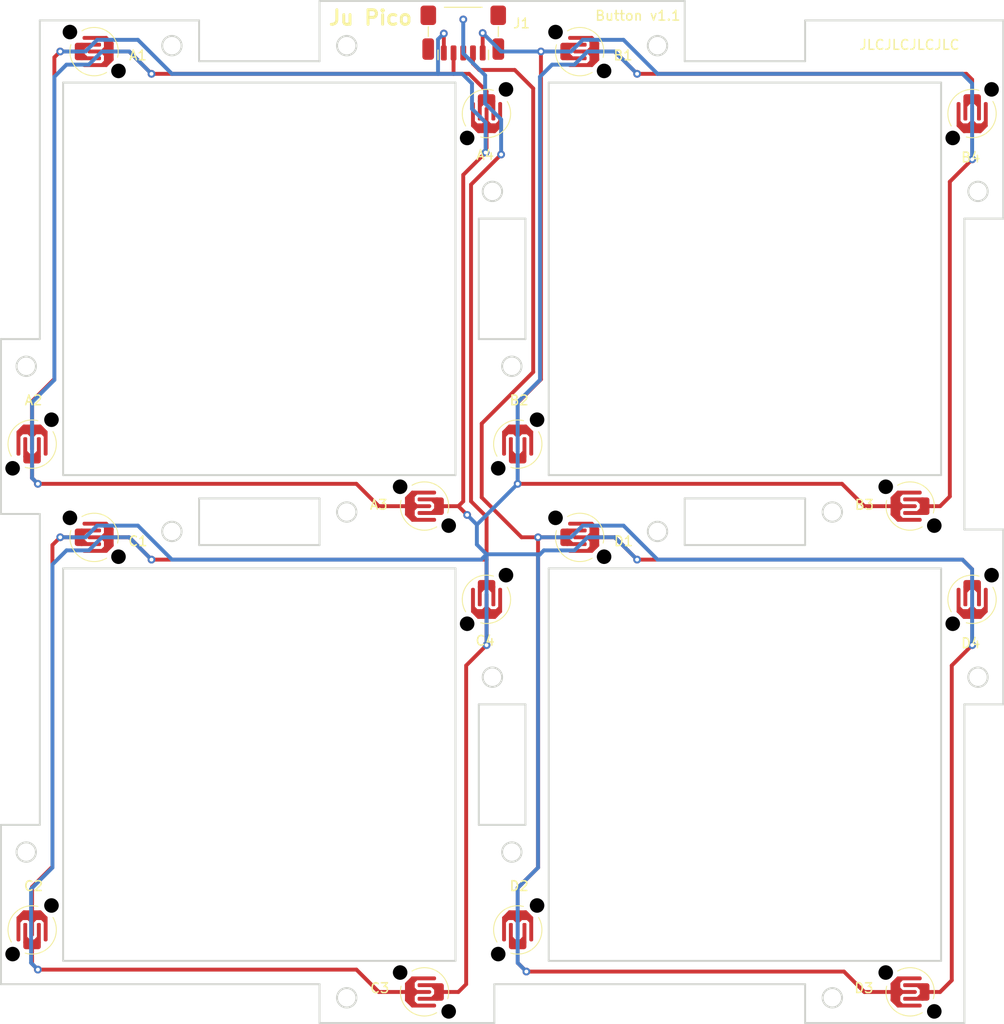
<source format=kicad_pcb>
(kicad_pcb (version 20240108) (generator "pcbnew") (generator_version "8.0")
  (title_block (title "Mai Button"))
  (layers (0 "F.Cu" signal) (31 "B.Cu" signal) (34 "B.Paste" user) (35 "F.Paste" user) (36 "B.SilkS" user "B.Silkscreen") (37 "F.SilkS" user "F.Silkscreen") (38 "B.Mask" user) (39 "F.Mask" user) (44 "Edge.Cuts" user))
  (net 0 "")
  (net 1 "GND")
  (net 2 "Net-(A1-B)")
  (net 3 "Net-(B1-A)")
  (net 4 "Net-(C1-B)")
  (net 5 "Net-(D1-A)")
  (footprint "ju_button:JuRubber" (layer "F.Cu") (at 148.92 115.7 90)
    (property "Reference" "D1")
    (property "Value" "SW_SPST" (hide yes))
  )
  (footprint "ju_button:JuRubber" (layer "F.Cu") (at 142.52 106.1 180)
    (property "Reference" "B2")
    (property "Value" "SW_SPST" (hide yes))
  )
  (footprint "ju_button:JuRubber" (layer "F.Cu") (at 139.32 72.1)
    (property "Reference" "A4")
    (property "Value" "SW_SPST" (hide yes))
  )
  (footprint "ju_button:JuRubber" (layer "F.Cu") (at 189.32 72.1)
    (property "Reference" "B4")
    (property "Value" "SW_SPST" (hide yes))
  )
  (footprint "ju_button:JuRubber" (layer "F.Cu") (at 182.92 112.5 -90)
    (property "Reference" "B3")
    (property "Value" "SW_SPST" (hide yes))
  )
  (footprint "ju_button:JuRubber" (layer "F.Cu") (at 98.92 65.7 90)
    (property "Reference" "A1")
    (property "Value" "SW_SPST" (hide yes))
  )
  (footprint "ju_button:JuRubber" (layer "F.Cu") (at 182.92 162.5 -90)
    (property "Reference" "D3")
    (property "Value" "SW_SPST" (hide yes))
  )
  (footprint "ju_button:SH1.0_5P" (layer "F.Cu") (at 136.92 63.85 180)
    (property "Reference" "J1")
    (property "Value" "Conn_01x05" (hide yes))
  )
  (footprint "ju_button:JuRubber" (layer "F.Cu") (at 132.92 162.5 -90)
    (property "Reference" "C3")
    (property "Value" "SW_SPST" (hide yes))
  )
  (footprint "ju_button:JuRubber" (layer "F.Cu") (at 132.92 112.5 -90)
    (property "Reference" "A3")
    (property "Value" "SW_SPST" (hide yes))
  )
  (footprint "ju_button:JuRubber" (layer "F.Cu") (at 92.52 106.1 180)
    (property "Reference" "A2")
    (property "Value" "SW_SPST" (hide yes))
  )
  (footprint "ju_button:JuRubber" (layer "F.Cu") (at 189.32 122.1)
    (property "Reference" "D4")
    (property "Value" "SW_SPST" (hide yes))
  )
  (footprint "ju_button:JuRubber" (layer "F.Cu") (at 98.92 115.7 90)
    (property "Reference" "C1")
    (property "Value" "SW_SPST" (hide yes))
  )
  (footprint "ju_button:JuRubber" (layer "F.Cu") (at 92.52 156.1 180)
    (property "Reference" "C2")
    (property "Value" "SW_SPST" (hide yes))
  )
  (footprint "ju_button:JuRubber" (layer "F.Cu") (at 139.32 122.1)
    (property "Reference" "C4")
    (property "Value" "SW_SPST" (hide yes))
  )
  (footprint "ju_button:JuRubber" (layer "F.Cu") (at 148.92 65.7 90)
    (property "Reference" "B1")
    (property "Value" "SW_SPST" (hide yes))
  )
  (footprint "ju_button:JuRubber" (layer "F.Cu") (at 142.52 156.1 180)
    (property "Reference" "D2")
    (property "Value" "SW_SPST" (hide yes))
  )
  (gr_line (start 89.32 145.3) (end 89.32 161.7) (stroke (width 0.2)) (layer "Edge.Cuts"))
  (gr_line (start 145.72 68.9) (end 145.72 109.3) (stroke (width 0.2)) (layer "Edge.Cuts"))
  (gr_line (start 188.52 165.7) (end 188.52 132.9) (stroke (width 0.2)) (layer "Edge.Cuts"))
  (gr_line (start 95.72 109.3) (end 136.12 109.3) (stroke (width 0.2)) (layer "Edge.Cuts"))
  (gr_line (start 159.72 60.5) (end 122.12 60.5) (stroke (width 0.2)) (layer "Edge.Cuts"))
  (gr_line (start 159.72 66.7) (end 172.12 66.7) (stroke (width 0.2)) (layer "Edge.Cuts"))
  (gr_line (start 143.32 132.9) (end 138.52 132.9) (stroke (width 0.2)) (layer "Edge.Cuts"))
  (gr_line (start 143.32 95.3) (end 143.32 82.9) (stroke (width 0.2)) (layer "Edge.Cuts"))
  (gr_line (start 136.12 118.9) (end 95.72 118.9) (stroke (width 0.2)) (layer "Edge.Cuts"))
  (gr_line (start 145.72 118.9) (end 145.72 159.3) (stroke (width 0.2)) (layer "Edge.Cuts"))
  (gr_line (start 145.72 109.3) (end 186.12 109.3) (stroke (width 0.2)) (layer "Edge.Cuts"))
  (gr_line (start 136.12 68.9) (end 95.72 68.9) (stroke (width 0.2)) (layer "Edge.Cuts"))
  (gr_line (start 122.12 161.7) (end 122.12 165.7) (stroke (width 0.2)) (layer "Edge.Cuts"))
  (gr_line (start 140.12 165.7) (end 140.12 161.7) (stroke (width 0.2)) (layer "Edge.Cuts"))
  (gr_line (start 192.52 82.9) (end 192.52 62.5) (stroke (width 0.2)) (layer "Edge.Cuts"))
  (gr_circle (center 106.92 65.1) (end 107.92 65.1) (stroke (width 0.2)) (fill none) (layer "Edge.Cuts"))
  (gr_circle (center 91.92 98.1) (end 92.92 98.1) (stroke (width 0.2)) (fill none) (layer "Edge.Cuts"))
  (gr_line (start 172.12 111.7) (end 159.72 111.7) (stroke (width 0.2)) (layer "Edge.Cuts"))
  (gr_line (start 109.72 62.5) (end 93.32 62.5) (stroke (width 0.2)) (layer "Edge.Cuts"))
  (gr_line (start 136.12 109.3) (end 136.12 68.9) (stroke (width 0.2)) (layer "Edge.Cuts"))
  (gr_line (start 138.52 95.3) (end 138.52 82.9) (stroke (width 0.2)) (layer "Edge.Cuts"))
  (gr_line (start 89.32 113.3) (end 93.32 113.3) (stroke (width 0.2)) (layer "Edge.Cuts"))
  (gr_line (start 122.12 111.7) (end 109.72 111.7) (stroke (width 0.2)) (layer "Edge.Cuts"))
  (gr_circle (center 174.92 163.1) (end 175.92 163.1) (stroke (width 0.2)) (fill none) (layer "Edge.Cuts"))
  (gr_line (start 143.32 82.9) (end 138.52 82.9) (stroke (width 0.2)) (layer "Edge.Cuts"))
  (gr_line (start 159.72 116.5) (end 159.72 111.7) (stroke (width 0.2)) (layer "Edge.Cuts"))
  (gr_circle (center 156.92 115.1) (end 157.92 115.1) (stroke (width 0.2)) (fill none) (layer "Edge.Cuts"))
  (gr_line (start 172.12 161.7) (end 172.12 165.7) (stroke (width 0.2)) (layer "Edge.Cuts"))
  (gr_line (start 186.12 109.3) (end 186.12 68.9) (stroke (width 0.2)) (layer "Edge.Cuts"))
  (gr_line (start 138.52 145.3) (end 138.52 132.9) (stroke (width 0.2)) (layer "Edge.Cuts"))
  (gr_line (start 192.52 62.5) (end 172.12 62.5) (stroke (width 0.2)) (layer "Edge.Cuts"))
  (gr_line (start 186.12 118.9) (end 145.72 118.9) (stroke (width 0.2)) (layer "Edge.Cuts"))
  (gr_line (start 95.72 159.3) (end 136.12 159.3) (stroke (width 0.2)) (layer "Edge.Cuts"))
  (gr_circle (center 139.92 80.1) (end 140.92 80.1) (stroke (width 0.2)) (fill none) (layer "Edge.Cuts"))
  (gr_circle (center 106.92 115.1) (end 107.92 115.1) (stroke (width 0.2)) (fill none) (layer "Edge.Cuts"))
  (gr_line (start 188.52 82.9) (end 192.52 82.9) (stroke (width 0.2)) (layer "Edge.Cuts"))
  (gr_line (start 192.52 132.9) (end 192.52 114.9) (stroke (width 0.2)) (layer "Edge.Cuts"))
  (gr_circle (center 124.92 113.1) (end 125.92 113.1) (stroke (width 0.2)) (fill none) (layer "Edge.Cuts"))
  (gr_circle (center 156.92 65.1) (end 157.92 65.1) (stroke (width 0.2)) (fill none) (layer "Edge.Cuts"))
  (gr_circle (center 91.92 148.1) (end 92.92 148.1) (stroke (width 0.2)) (fill none) (layer "Edge.Cuts"))
  (gr_line (start 159.72 60.5) (end 159.72 66.7) (stroke (width 0.2)) (layer "Edge.Cuts"))
  (gr_circle (center 141.92 98.1) (end 142.92 98.1) (stroke (width 0.2)) (fill none) (layer "Edge.Cuts"))
  (gr_circle (center 189.92 130.1) (end 190.92 130.1) (stroke (width 0.2)) (fill none) (layer "Edge.Cuts"))
  (gr_circle (center 189.92 80.1) (end 190.92 80.1) (stroke (width 0.2)) (fill none) (layer "Edge.Cuts"))
  (gr_line (start 188.52 114.9) (end 188.52 82.9) (stroke (width 0.2)) (layer "Edge.Cuts"))
  (gr_line (start 172.12 165.7) (end 188.52 165.7) (stroke (width 0.2)) (layer "Edge.Cuts"))
  (gr_line (start 186.12 68.9) (end 145.72 68.9) (stroke (width 0.2)) (layer "Edge.Cuts"))
  (gr_line (start 122.12 116.5) (end 109.72 116.5) (stroke (width 0.2)) (layer "Edge.Cuts"))
  (gr_line (start 93.32 145.3) (end 89.32 145.3) (stroke (width 0.2)) (layer "Edge.Cuts"))
  (gr_line (start 89.32 161.7) (end 122.12 161.7) (stroke (width 0.2)) (layer "Edge.Cuts"))
  (gr_circle (center 124.92 65.1) (end 125.92 65.1) (stroke (width 0.2)) (fill none) (layer "Edge.Cuts"))
  (gr_line (start 109.72 66.7) (end 122.12 66.7) (stroke (width 0.2)) (layer "Edge.Cuts"))
  (gr_line (start 95.72 68.9) (end 95.72 109.3) (stroke (width 0.2)) (layer "Edge.Cuts"))
  (gr_line (start 172.12 116.5) (end 159.72 116.5) (stroke (width 0.2)) (layer "Edge.Cuts"))
  (gr_line (start 172.12 116.5) (end 172.12 111.7) (stroke (width 0.2)) (layer "Edge.Cuts"))
  (gr_line (start 122.12 116.5) (end 122.12 111.7) (stroke (width 0.2)) (layer "Edge.Cuts"))
  (gr_line (start 89.32 95.3) (end 89.32 113.3) (stroke (width 0.2)) (layer "Edge.Cuts"))
  (gr_line (start 140.12 161.7) (end 172.12 161.7) (stroke (width 0.2)) (layer "Edge.Cuts"))
  (gr_line (start 93.32 113.3) (end 93.32 145.3) (stroke (width 0.2)) (layer "Edge.Cuts"))
  (gr_line (start 136.12 159.3) (end 136.12 118.9) (stroke (width 0.2)) (layer "Edge.Cuts"))
  (gr_line (start 143.32 145.3) (end 143.32 132.9) (stroke (width 0.2)) (layer "Edge.Cuts"))
  (gr_line (start 188.52 132.9) (end 192.52 132.9) (stroke (width 0.2)) (layer "Edge.Cuts"))
  (gr_line (start 122.12 66.7) (end 122.12 60.5) (stroke (width 0.2)) (layer "Edge.Cuts"))
  (gr_circle (center 141.92 148.1) (end 142.92 148.1) (stroke (width 0.2)) (fill none) (layer "Edge.Cuts"))
  (gr_line (start 109.72 62.5) (end 109.72 66.7) (stroke (width 0.2)) (layer "Edge.Cuts"))
  (gr_circle (center 124.92 163.1) (end 125.92 163.1) (stroke (width 0.2)) (fill none) (layer "Edge.Cuts"))
  (gr_line (start 93.32 95.3) (end 89.32 95.3) (stroke (width 0.2)) (layer "Edge.Cuts"))
  (gr_line (start 192.52 114.9) (end 188.52 114.9) (stroke (width 0.2)) (layer "Edge.Cuts"))
  (gr_line (start 122.12 165.7) (end 140.12 165.7) (stroke (width 0.2)) (layer "Edge.Cuts"))
  (gr_line (start 186.12 159.3) (end 186.12 118.9) (stroke (width 0.2)) (layer "Edge.Cuts"))
  (gr_line (start 143.32 95.3) (end 138.52 95.3) (stroke (width 0.2)) (layer "Edge.Cuts"))
  (gr_line (start 93.32 62.5) (end 93.32 95.3) (stroke (width 0.2)) (layer "Edge.Cuts"))
  (gr_line (start 145.72 159.3) (end 186.12 159.3) (stroke (width 0.2)) (layer "Edge.Cuts"))
  (gr_line (start 143.32 145.3) (end 138.52 145.3) (stroke (width 0.2)) (layer "Edge.Cuts"))
  (gr_circle (center 174.92 113.1) (end 175.92 113.1) (stroke (width 0.2)) (fill none) (layer "Edge.Cuts"))
  (gr_circle (center 139.92 130.1) (end 140.92 130.1) (stroke (width 0.2)) (fill none) (layer "Edge.Cuts"))
  (gr_line (start 172.12 66.7) (end 172.12 62.5) (stroke (width 0.2)) (layer "Edge.Cuts"))
  (gr_line (start 109.72 116.5) (end 109.72 111.7) (stroke (width 0.2)) (layer "Edge.Cuts"))
  (gr_line (start 95.72 118.9) (end 95.72 159.3) (stroke (width 0.2)) (layer "Edge.Cuts"))
  (gr_text "Button v1.1" (at 150.42 62.6 0) (layer "F.SilkS") (effects (font (size 1 1)) (justify left bottom)))
  (gr_text "JLCJLCJLCJLC" (at 177.62 65.6 -0) (layer "F.SilkS") (effects (font (size 1 1)) (justify left bottom)))
  (gr_text "Ju Pico" (at 122.92 63.1 0) (layer "F.SilkS") (effects (font (size 1.5 1.5) (thickness 0.3) (bold yes)) (justify left bottom)))
  (segment (start 95.42 65.7) (end 94.82 66.3) (width 0.4) (layer "F.Cu") (net 1))
  (segment (start 152.52 115.7) (end 150.42 115.7) (width 0.4) (layer "F.Cu") (net 1))
  (segment (start 154.82 68) (end 152.52 65.7) (width 0.4) (layer "F.Cu") (net 1))
  (segment (start 152.52 65.7) (end 150.42 65.7) (width 0.4) (layer "F.Cu") (net 1))
  (segment (start 136.92 112) (end 136.42 112.5) (width 0.4) (layer "F.Cu") (net 1))
  (segment (start 176.12 160.4) (end 178.22 162.5) (width 0.4) (layer "F.Cu") (net 1))
  (segment (start 92.52 101.7) (end 92.52 104.6) (width 0.4) (layer "F.Cu") (net 1))
  (segment (start 139.22 76.1) (end 139.32 76) (width 0.4) (layer "F.Cu") (net 1))
  (segment (start 142.52 110.2) (end 142.52 107.6) (width 0.4) (layer "F.Cu") (net 1))
  (segment (start 137.22 161.7) (end 137.22 128.9) (width 0.4) (layer "F.Cu") (net 1))
  (segment (start 139.32 76) (end 139.32 73.6) (width 0.4) (layer "F.Cu") (net 1))
  (segment (start 189.32 68.6) (end 189.32 70.6) (width 0.4) (layer "F.Cu") (net 1))
  (segment (start 154.82 118) (end 152.52 115.7) (width 0.4) (layer "F.Cu") (net 1))
  (segment (start 137.32 113.4) (end 136.42 112.5) (width 0.4) (layer "F.Cu") (net 1))
  (segment (start 143.42 160.4) (end 176.12 160.4) (width 0.4) (layer "F.Cu") (net 1))
  (segment (start 97.42 65.7) (end 95.42 65.7) (width 0.4) (layer "F.Cu") (net 1))
  (segment (start 139.22 76.1) (end 136.92 78.4) (width 0.4) (layer "F.Cu") (net 1))
  (segment (start 189.32 119) (end 189.32 120.6) (width 0.4) (layer "F.Cu") (net 1))
  (segment (start 178.22 112.5) (end 181.42 112.5) (width 0.4) (layer "F.Cu") (net 1))
  (segment (start 188.72 68) (end 189.32 68.6) (width 0.4) (layer "F.Cu") (net 1))
  (segment (start 154.82 118) (end 188.32 118) (width 0.4) (layer "F.Cu") (net 1))
  (segment (start 94.82 66.3) (end 94.82 99.4) (width 0.4) (layer "F.Cu") (net 1))
  (segment (start 137.22 128.9) (end 139.32 126.8) (width 0.4) (layer "F.Cu") (net 1))
  (segment (start 136.92 78.4) (end 136.92 112) (width 0.4) (layer "F.Cu") (net 1))
  (segment (start 139.32 126.8) (end 139.32 123.6) (width 0.4) (layer "F.Cu") (net 1))
  (segment (start 94.62 149.6) (end 92.52 151.7) (width 0.4) (layer "F.Cu") (net 1))
  (segment (start 95.42 115.7) (end 94.62 116.5) (width 0.4) (layer "F.Cu") (net 1))
  (segment (start 188.32 118) (end 189.32 119) (width 0.4) (layer "F.Cu") (net 1))
  (segment (start 136.42 162.5) (end 137.22 161.7) (width 0.4) (layer "F.Cu") (net 1))
  (segment (start 94.82 99.4) (end 92.52 101.7) (width 0.4) (layer "F.Cu") (net 1))
  (segment (start 134.42 162.5) (end 136.42 162.5) (width 0.4) (layer "F.Cu") (net 1))
  (segment (start 154.82 68) (end 188.72 68) (width 0.4) (layer "F.Cu") (net 1))
  (segment (start 136.42 112.5) (end 134.42 112.5) (width 0.4) (layer "F.Cu") (net 1))
  (segment (start 142.52 159.5) (end 142.52 157.6) (width 0.4) (layer "F.Cu") (net 1))
  (segment (start 94.62 116.5) (end 94.62 149.6) (width 0.4) (layer "F.Cu") (net 1))
  (segment (start 92.52 151.7) (end 92.52 154.6) (width 0.4) (layer "F.Cu") (net 1))
  (segment (start 143.42 160.4) (end 142.52 159.5) (width 0.4) (layer "F.Cu") (net 1))
  (segment (start 134.92 63.85) (end 134.92 65.85) (width 0.4) (layer "F.Cu") (net 1))
  (segment (start 142.52 110.2) (end 175.92 110.2) (width 0.4) (layer "F.Cu") (net 1))
  (segment (start 95.42 115.7) (end 97.42 115.7) (width 0.4) (layer "F.Cu") (net 1))
  (segment (start 178.22 162.5) (end 181.42 162.5) (width 0.4) (layer "F.Cu") (net 1))
  (segment (start 175.92 110.2) (end 178.22 112.5) (width 0.4) (layer "F.Cu") (net 1))
  (via (at 139.32 126.8) (size 0.8) (drill 0.4) (layers "F.Cu" "B.Cu") (net 1))
  (via (at 95.42 115.7) (size 0.8) (drill 0.4) (layers "F.Cu" "B.Cu") (net 1))
  (via (at 95.42 65.7) (size 0.8) (drill 0.4) (layers "F.Cu" "B.Cu") (net 1))
  (via (at 137.32 113.4) (size 0.8) (drill 0.4) (layers "F.Cu" "B.Cu") (net 1))
  (via (at 139.22 76.1) (size 0.8) (drill 0.4) (layers "F.Cu" "B.Cu") (net 1))
  (via (at 154.82 68) (size 0.8) (drill 0.4) (layers "F.Cu" "B.Cu") (net 1))
  (via (at 142.52 110.2) (size 0.8) (drill 0.4) (layers "F.Cu" "B.Cu") (net 1))
  (via (at 154.82 118) (size 0.8) (drill 0.4) (layers "F.Cu" "B.Cu") (net 1))
  (via (at 134.92 63.85) (size 0.8) (drill 0.4) (layers "F.Cu" "B.Cu") (net 1))
  (via (at 143.42 160.4) (size 0.8) (drill 0.4) (layers "F.Cu" "B.Cu") (net 1))
  (segment (start 142.52 110.2) (end 138.32 114.4) (width 0.4) (layer "B.Cu") (net 1))
  (segment (start 154.82 68) (end 152.52 65.7) (width 0.4) (layer "B.Cu") (net 1))
  (segment (start 137.82 71.6) (end 137.82 69) (width 0.4) (layer "B.Cu") (net 1))
  (segment (start 144.62 117.65) (end 144.82 117.45) (width 0.4) (layer "B.Cu") (net 1))
  (segment (start 106.92 68) (end 134.32 68) (width 0.4) (layer "B.Cu") (net 1))
  (segment (start 152.52 65.7) (end 149.72 65.7) (width 0.4) (layer "B.Cu") (net 1))
  (segment (start 154.82 118) (end 152.52 115.7) (width 0.4) (layer "B.Cu") (net 1))
  (segment (start 136.82 68) (end 134.32 68) (width 0.4) (layer "B.Cu") (net 1))
  (segment (start 139.32 117.45) (end 144.82 117.45) (width 0.4) (layer "B.Cu") (net 1))
  (segment (start 137.82 69) (end 136.82 68) (width 0.4) (layer "B.Cu") (net 1))
  (segment (start 139.22 73) (end 137.82 71.6) (width 0.4) (layer "B.Cu") (net 1))
  (segment (start 145.22 117.05) (end 144.82 117.45) (width 0.4) (layer "B.Cu") (net 1))
  (segment (start 103.42 114.5) (end 106.92 118) (width 0.4) (layer "B.Cu") (net 1))
  (segment (start 99.22 114.5) (end 103.42 114.5) (width 0.4) (layer "B.Cu") (net 1))
  (segment (start 103.42 64.5) (end 106.92 68) (width 0.4) (layer "B.Cu") (net 1))
  (segment (start 148.37 67.05) (end 146.07 67.05) (width 0.4) (layer "B.Cu") (net 1))
  (segment (start 144.82 99.5) (end 142.52 101.8) (width 0.4) (layer "B.Cu") (net 1))
  (segment (start 143.42 160.4) (end 142.52 159.5) (width 0.4) (layer "B.Cu") (net 1))
  (segment (start 142.52 151.8) (end 144.62 149.7) (width 0.4) (layer "B.Cu") (net 1))
  (segment (start 139.32 118) (end 139.32 126.8) (width 0.4) (layer "B.Cu") (net 1))
  (segment (start 146.07 67.05) (end 144.82 68.3) (width 0.4) (layer "B.Cu") (net 1))
  (segment (start 134.92 63.85) (end 134.32 64.45) (width 0.4) (layer "B.Cu") (net 1))
  (segment (start 106.92 118) (end 138.77 118) (width 0.4) (layer "B.Cu") (net 1))
  (segment (start 138.32 116.45) (end 138.32 114.4) (width 0.4) (layer "B.Cu") (net 1))
  (segment (start 152.52 115.7) (end 149.72 115.7) (width 0.4) (layer "B.Cu") (net 1))
  (segment (start 138.77 118) (end 139.32 117.45) (width 0.4) (layer "B.Cu") (net 1))
  (segment (start 144.82 68.3) (end 144.82 99.5) (width 0.4) (layer "B.Cu") (net 1))
  (segment (start 148.37 117.05) (end 145.22 117.05) (width 0.4) (layer "B.Cu") (net 1))
  (segment (start 139.22 76.1) (end 139.22 73) (width 0.4) (layer "B.Cu") (net 1))
  (segment (start 134.32 64.45) (end 134.32 68) (width 0.4) (layer "B.Cu") (net 1))
  (segment (start 139.32 118) (end 139.32 117.45) (width 0.4) (layer "B.Cu") (net 1))
  (segment (start 137.32 113.4) (end 138.32 114.4) (width 0.4) (layer "B.Cu") (net 1))
  (segment (start 142.52 101.8) (end 142.52 110.2) (width 0.4) (layer "B.Cu") (net 1))
  (segment (start 98.02 65.7) (end 99.22 64.5) (width 0.4) (layer "B.Cu") (net 1))
  (segment (start 144.62 149.7) (end 144.62 117.65) (width 0.4) (layer "B.Cu") (net 1))
  (segment (start 139.32 117.45) (end 138.32 116.45) (width 0.4) (layer "B.Cu") (net 1))
  (segment (start 149.72 115.7) (end 148.37 117.05) (width 0.4) (layer "B.Cu") (net 1))
  (segment (start 95.42 65.7) (end 98.02 65.7) (width 0.4) (layer "B.Cu") (net 1))
  (segment (start 95.42 115.7) (end 98.02 115.7) (width 0.4) (layer "B.Cu") (net 1))
  (segment (start 98.02 115.7) (end 99.22 114.5) (width 0.4) (layer "B.Cu") (net 1))
  (segment (start 99.22 64.5) (end 103.42 64.5) (width 0.4) (layer "B.Cu") (net 1))
  (segment (start 149.72 65.7) (end 148.37 67.05) (width 0.4) (layer "B.Cu") (net 1))
  (segment (start 142.52 159.5) (end 142.52 151.8) (width 0.4) (layer "B.Cu") (net 1))
  (segment (start 92.52 109.6) (end 93.12 110.2) (width 0.4) (layer "F.Cu") (net 2))
  (segment (start 125.92 110.2) (end 128.22 112.5) (width 0.4) (layer "F.Cu") (net 2))
  (segment (start 135.92 68) (end 137.52 68) (width 0.4) (layer "F.Cu") (net 2))
  (segment (start 137.52 68) (end 139.32 69.8) (width 0.4) (layer "F.Cu") (net 2))
  (segment (start 128.22 112.5) (end 131.42 112.5) (width 0.4) (layer "F.Cu") (net 2))
  (segment (start 102.52 65.7) (end 100.42 65.7) (width 0.4) (layer "F.Cu") (net 2))
  (segment (start 135.92 65.85) (end 135.92 68) (width 0.4) (layer "F.Cu") (net 2))
  (segment (start 104.82 68) (end 102.52 65.7) (width 0.4) (layer "F.Cu") (net 2))
  (segment (start 139.32 69.8) (end 139.32 70.6) (width 0.4) (layer "F.Cu") (net 2))
  (segment (start 104.82 68) (end 135.92 68) (width 0.4) (layer "F.Cu") (net 2))
  (segment (start 92.52 107.6) (end 92.52 109.6) (width 0.4) (layer "F.Cu") (net 2))
  (segment (start 93.12 110.2) (end 125.92 110.2) (width 0.4) (layer "F.Cu") (net 2))
  (via (at 104.82 68) (size 0.8) (drill 0.4) (layers "F.Cu" "B.Cu") (net 2))
  (via (at 93.12 110.2) (size 0.8) (drill 0.4) (layers "F.Cu" "B.Cu") (net 2))
  (segment (start 92.52 109.6) (end 93.12 110.2) (width 0.4) (layer "B.Cu") (net 2))
  (segment (start 98.37 67.05) (end 96.07 67.05) (width 0.4) (layer "B.Cu") (net 2))
  (segment (start 92.52 101.8) (end 92.52 109.6) (width 0.4) (layer "B.Cu") (net 2))
  (segment (start 94.82 68.3) (end 94.82 99.5) (width 0.4) (layer "B.Cu") (net 2))
  (segment (start 104.82 68) (end 102.52 65.7) (width 0.4) (layer "B.Cu") (net 2))
  (segment (start 102.52 65.7) (end 99.72 65.7) (width 0.4) (layer "B.Cu") (net 2))
  (segment (start 99.72 65.7) (end 98.37 67.05) (width 0.4) (layer "B.Cu") (net 2))
  (segment (start 96.07 67.05) (end 94.82 68.3) (width 0.4) (layer "B.Cu") (net 2))
  (segment (start 94.82 99.5) (end 92.52 101.8) (width 0.4) (layer "B.Cu") (net 2))
  (segment (start 184.42 112.5) (end 186.02 112.5) (width 0.4) (layer "F.Cu") (net 3))
  (segment (start 144.92 99.45) (end 142.52 101.85) (width 0.4) (layer "F.Cu") (net 3))
  (segment (start 189.32 76.8) (end 189.32 73.6) (width 0.4) (layer "F.Cu") (net 3))
  (segment (start 142.52 101.85) (end 142.52 104.6) (width 0.4) (layer "F.Cu") (net 3))
  (segment (start 186.02 112.5) (end 187.02 111.5) (width 0.4) (layer "F.Cu") (net 3))
  (segment (start 144.92 65.7) (end 147.42 65.7) (width 0.4) (layer "F.Cu") (net 3))
  (segment (start 138.92 63.8) (end 138.92 65.85) (width 0.4) (layer "F.Cu") (net 3))
  (segment (start 144.92 65.7) (end 144.92 99.45) (width 0.4) (layer "F.Cu") (net 3))
  (segment (start 187.02 79.1) (end 189.32 76.8) (width 0.4) (layer "F.Cu") (net 3))
  (segment (start 187.02 111.5) (end 187.02 79.1) (width 0.4) (layer "F.Cu") (net 3))
  (via (at 144.92 65.7) (size 0.8) (drill 0.4) (layers "F.Cu" "B.Cu") (net 3))
  (via (at 189.32 76.8) (size 0.8) (drill 0.4) (layers "F.Cu" "B.Cu") (net 3))
  (via (at 138.92 63.8) (size 0.8) (drill 0.4) (layers "F.Cu" "B.Cu") (net 3))
  (segment (start 149.22 64.5) (end 153.42 64.5) (width 0.4) (layer "B.Cu") (net 3))
  (segment (start 156.92 68) (end 188.32 68) (width 0.4) (layer "B.Cu") (net 3))
  (segment (start 148.02 65.7) (end 149.22 64.5) (width 0.4) (layer "B.Cu") (net 3))
  (segment (start 153.42 64.5) (end 156.92 68) (width 0.4) (layer "B.Cu") (net 3))
  (segment (start 188.32 68) (end 189.32 69) (width 0.4) (layer "B.Cu") (net 3))
  (segment (start 140.82 65.7) (end 138.92 63.8) (width 0.4) (layer "B.Cu") (net 3))
  (segment (start 144.92 65.7) (end 148.02 65.7) (width 0.4) (layer "B.Cu") (net 3))
  (segment (start 144.92 65.7) (end 140.82 65.7) (width 0.4) (layer "B.Cu") (net 3))
  (segment (start 189.32 69) (end 189.32 76.8) (width 0.4) (layer "B.Cu") (net 3))
  (segment (start 104.82 118) (end 102.52 115.7) (width 0.4) (layer "F.Cu") (net 4))
  (segment (start 128.22 162.5) (end 131.42 162.5) (width 0.4) (layer "F.Cu") (net 4))
  (segment (start 137.72 79.4) (end 137.72 112) (width 0.4) (layer "F.Cu") (net 4))
  (segment (start 136.92 62.4) (end 136.92 66.3) (width 0.4) (layer "F.Cu") (net 4))
  (segment (start 93.12 160.2) (end 125.92 160.2) (width 0.4) (layer "F.Cu") (net 4))
  (segment (start 137.72 112) (end 139.32 113.6) (width 0.4) (layer "F.Cu") (net 4))
  (segment (start 92.52 159.6) (end 93.12 160.2) (width 0.4) (layer "F.Cu") (net 4))
  (segment (start 102.52 115.7) (end 100.42 115.7) (width 0.4) (layer "F.Cu") (net 4))
  (segment (start 140.82 76.3) (end 137.72 79.4) (width 0.4) (layer "F.Cu") (net 4))
  (segment (start 139.32 113.6) (end 139.32 120.6) (width 0.4) (layer "F.Cu") (net 4))
  (segment (start 92.52 157.6) (end 92.52 159.6) (width 0.4) (layer "F.Cu") (net 4))
  (segment (start 125.92 160.2) (end 128.22 162.5) (width 0.4) (layer "F.Cu") (net 4))
  (segment (start 104.82 118) (end 139.32 118) (width 0.4) (layer "F.Cu") (net 4))
  (via (at 136.92 62.4) (size 0.8) (drill 0.4) (layers "F.Cu" "B.Cu") (net 4))
  (via (at 93.12 160.2) (size 0.8) (drill 0.4) (layers "F.Cu" "B.Cu") (net 4))
  (via (at 104.82 118) (size 0.8) (drill 0.4) (layers "F.Cu" "B.Cu") (net 4))
  (via (at 140.82 76.3) (size 0.8) (drill 0.4) (layers "F.Cu" "B.Cu") (net 4))
  (segment (start 92.42 151.9) (end 94.62 149.7) (width 0.4) (layer "B.Cu") (net 4))
  (segment (start 98.37 117.05) (end 99.72 115.7) (width 0.4) (layer "B.Cu") (net 4))
  (segment (start 139.17 71.05) (end 140.82 72.7) (width 0.4) (layer "B.Cu") (net 4))
  (segment (start 94.62 149.7) (end 94.62 118.5) (width 0.4) (layer "B.Cu") (net 4))
  (segment (start 92.42 159.5) (end 92.42 151.9) (width 0.4) (layer "B.Cu") (net 4))
  (segment (start 96.07 117.05) (end 98.37 117.05) (width 0.4) (layer "B.Cu") (net 4))
  (segment (start 140.82 72.7) (end 140.82 76.3) (width 0.4) (layer "B.Cu") (net 4))
  (segment (start 139.17 68.15) (end 139.17 71.05) (width 0.4) (layer "B.Cu") (net 4))
  (segment (start 94.62 118.5) (end 96.07 117.05) (width 0.4) (layer "B.Cu") (net 4))
  (segment (start 102.52 115.7) (end 104.82 118) (width 0.4) (layer "B.Cu") (net 4))
  (segment (start 136.92 65.9) (end 139.17 68.15) (width 0.4) (layer "B.Cu") (net 4))
  (segment (start 93.12 160.2) (end 92.42 159.5) (width 0.4) (layer "B.Cu") (net 4))
  (segment (start 99.72 115.7) (end 102.52 115.7) (width 0.4) (layer "B.Cu") (net 4))
  (segment (start 136.92 62.4) (end 136.92 65.9) (width 0.4) (layer "B.Cu") (net 4))
  (segment (start 144.12 98.7) (end 144.12 69.5) (width 0.4) (layer "F.Cu") (net 5))
  (segment (start 144.62 115.7) (end 147.42 115.7) (width 0.4) (layer "F.Cu") (net 5))
  (segment (start 144.62 149.7) (end 142.52 151.8) (width 0.4) (layer "F.Cu") (net 5))
  (segment (start 137.92 66.95) (end 137.92 65.85) (width 0.4) (layer "F.Cu") (net 5))
  (segment (start 184.42 162.5) (end 186.02 162.5) (width 0.4) (layer "F.Cu") (net 5))
  (segment (start 144.62 115.7) (end 142.92 115.7) (width 0.4) (layer "F.Cu") (net 5))
  (segment (start 142.22 67.6) (end 138.57 67.6) (width 0.4) (layer "F.Cu") (net 5))
  (segment (start 142.92 115.7) (end 138.82 111.6) (width 0.4) (layer "F.Cu") (net 5))
  (segment (start 144.62 115.7) (end 144.62 149.7) (width 0.4) (layer "F.Cu") (net 5))
  (segment (start 142.52 151.8) (end 142.52 154.6) (width 0.4) (layer "F.Cu") (net 5))
  (segment (start 189.32 126.8) (end 189.32 123.6) (width 0.4) (layer "F.Cu") (net 5))
  (segment (start 187.22 128.9) (end 189.32 126.8) (width 0.4) (layer "F.Cu") (net 5))
  (segment (start 144.12 69.5) (end 142.22 67.6) (width 0.4) (layer "F.Cu") (net 5))
  (segment (start 138.82 111.6) (end 138.82 104) (width 0.4) (layer "F.Cu") (net 5))
  (segment (start 186.02 162.5) (end 187.22 161.3) (width 0.4) (layer "F.Cu") (net 5))
  (segment (start 138.57 67.6) (end 137.92 66.95) (width 0.4) (layer "F.Cu") (net 5))
  (segment (start 187.22 161.3) (end 187.22 128.9) (width 0.4) (layer "F.Cu") (net 5))
  (segment (start 138.82 104) (end 144.12 98.7) (width 0.4) (layer "F.Cu") (net 5))
  (via (at 189.32 126.8) (size 0.8) (drill 0.4) (layers "F.Cu" "B.Cu") (net 5))
  (via (at 144.62 115.7) (size 0.8) (drill 0.4) (layers "F.Cu" "B.Cu") (net 5))
  (segment (start 156.92 118) (end 188.32 118) (width 0.4) (layer "B.Cu") (net 5))
  (segment (start 153.42 114.5) (end 156.92 118) (width 0.4) (layer "B.Cu") (net 5))
  (segment (start 189.32 119) (end 189.32 126.8) (width 0.4) (layer "B.Cu") (net 5))
  (segment (start 188.32 118) (end 189.32 119) (width 0.4) (layer "B.Cu") (net 5))
  (segment (start 149.22 114.5) (end 153.42 114.5) (width 0.4) (layer "B.Cu") (net 5))
  (segment (start 144.62 115.7) (end 148.02 115.7) (width 0.4) (layer "B.Cu") (net 5))
  (segment (start 148.02 115.7) (end 149.22 114.5) (width 0.4) (layer "B.Cu") (net 5))
)
</source>
